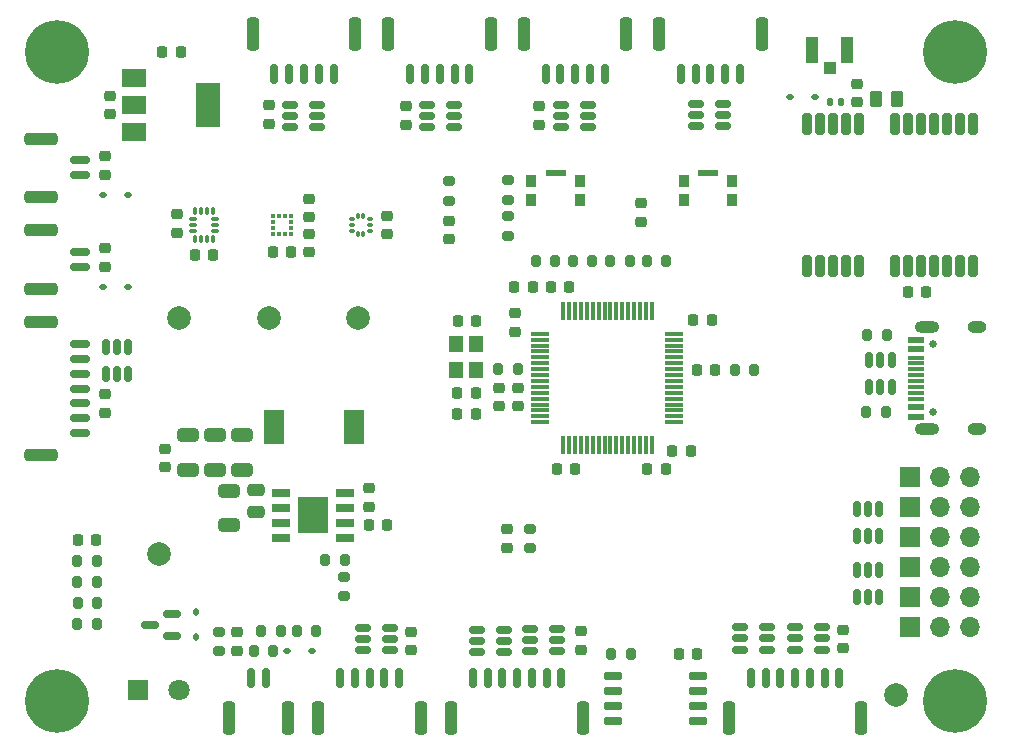
<source format=gbr>
%TF.GenerationSoftware,KiCad,Pcbnew,7.0.1*%
%TF.CreationDate,2023-07-10T14:28:26-04:00*%
%TF.ProjectId,FlightComputer,466c6967-6874-4436-9f6d-70757465722e,rev?*%
%TF.SameCoordinates,Original*%
%TF.FileFunction,Soldermask,Top*%
%TF.FilePolarity,Negative*%
%FSLAX46Y46*%
G04 Gerber Fmt 4.6, Leading zero omitted, Abs format (unit mm)*
G04 Created by KiCad (PCBNEW 7.0.1) date 2023-07-10 14:28:26*
%MOMM*%
%LPD*%
G01*
G04 APERTURE LIST*
G04 Aperture macros list*
%AMRoundRect*
0 Rectangle with rounded corners*
0 $1 Rounding radius*
0 $2 $3 $4 $5 $6 $7 $8 $9 X,Y pos of 4 corners*
0 Add a 4 corners polygon primitive as box body*
4,1,4,$2,$3,$4,$5,$6,$7,$8,$9,$2,$3,0*
0 Add four circle primitives for the rounded corners*
1,1,$1+$1,$2,$3*
1,1,$1+$1,$4,$5*
1,1,$1+$1,$6,$7*
1,1,$1+$1,$8,$9*
0 Add four rect primitives between the rounded corners*
20,1,$1+$1,$2,$3,$4,$5,0*
20,1,$1+$1,$4,$5,$6,$7,0*
20,1,$1+$1,$6,$7,$8,$9,0*
20,1,$1+$1,$8,$9,$2,$3,0*%
G04 Aperture macros list end*
%ADD10RoundRect,0.150000X-0.150000X-0.700000X0.150000X-0.700000X0.150000X0.700000X-0.150000X0.700000X0*%
%ADD11RoundRect,0.250000X-0.250000X-1.150000X0.250000X-1.150000X0.250000X1.150000X-0.250000X1.150000X0*%
%ADD12C,5.400000*%
%ADD13RoundRect,0.218750X-0.256250X0.218750X-0.256250X-0.218750X0.256250X-0.218750X0.256250X0.218750X0*%
%ADD14RoundRect,0.225000X-0.250000X0.225000X-0.250000X-0.225000X0.250000X-0.225000X0.250000X0.225000X0*%
%ADD15RoundRect,0.150000X0.512500X0.150000X-0.512500X0.150000X-0.512500X-0.150000X0.512500X-0.150000X0*%
%ADD16RoundRect,0.200000X-0.200000X-0.275000X0.200000X-0.275000X0.200000X0.275000X-0.200000X0.275000X0*%
%ADD17RoundRect,0.200000X0.200000X0.275000X-0.200000X0.275000X-0.200000X-0.275000X0.200000X-0.275000X0*%
%ADD18RoundRect,0.150000X0.150000X-0.512500X0.150000X0.512500X-0.150000X0.512500X-0.150000X-0.512500X0*%
%ADD19R,1.700000X1.700000*%
%ADD20O,1.700000X1.700000*%
%ADD21RoundRect,0.112500X-0.187500X-0.112500X0.187500X-0.112500X0.187500X0.112500X-0.187500X0.112500X0*%
%ADD22RoundRect,0.150000X-0.512500X-0.150000X0.512500X-0.150000X0.512500X0.150000X-0.512500X0.150000X0*%
%ADD23RoundRect,0.200000X0.275000X-0.200000X0.275000X0.200000X-0.275000X0.200000X-0.275000X-0.200000X0*%
%ADD24RoundRect,0.218750X0.218750X0.256250X-0.218750X0.256250X-0.218750X-0.256250X0.218750X-0.256250X0*%
%ADD25RoundRect,0.150000X0.700000X-0.150000X0.700000X0.150000X-0.700000X0.150000X-0.700000X-0.150000X0*%
%ADD26RoundRect,0.250000X1.150000X-0.250000X1.150000X0.250000X-1.150000X0.250000X-1.150000X-0.250000X0*%
%ADD27R,2.000000X1.500000*%
%ADD28R,2.000000X3.800000*%
%ADD29R,0.900000X1.000000*%
%ADD30R,1.700000X0.550000*%
%ADD31RoundRect,0.225000X-0.225000X-0.250000X0.225000X-0.250000X0.225000X0.250000X-0.225000X0.250000X0*%
%ADD32RoundRect,0.075000X-0.700000X-0.075000X0.700000X-0.075000X0.700000X0.075000X-0.700000X0.075000X0*%
%ADD33RoundRect,0.075000X-0.075000X-0.700000X0.075000X-0.700000X0.075000X0.700000X-0.075000X0.700000X0*%
%ADD34RoundRect,0.250000X-0.650000X0.325000X-0.650000X-0.325000X0.650000X-0.325000X0.650000X0.325000X0*%
%ADD35RoundRect,0.225000X0.250000X-0.225000X0.250000X0.225000X-0.250000X0.225000X-0.250000X-0.225000X0*%
%ADD36RoundRect,0.225000X0.225000X0.250000X-0.225000X0.250000X-0.225000X-0.250000X0.225000X-0.250000X0*%
%ADD37C,0.650000*%
%ADD38R,1.450000X0.600000*%
%ADD39R,1.450000X0.300000*%
%ADD40O,2.100000X1.000000*%
%ADD41O,1.600000X1.000000*%
%ADD42RoundRect,0.150000X0.150000X0.700000X-0.150000X0.700000X-0.150000X-0.700000X0.150000X-0.700000X0*%
%ADD43RoundRect,0.250000X0.250000X1.150000X-0.250000X1.150000X-0.250000X-1.150000X0.250000X-1.150000X0*%
%ADD44RoundRect,0.147500X-0.147500X-0.172500X0.147500X-0.172500X0.147500X0.172500X-0.147500X0.172500X0*%
%ADD45RoundRect,0.218750X-0.218750X-0.256250X0.218750X-0.256250X0.218750X0.256250X-0.218750X0.256250X0*%
%ADD46RoundRect,0.112500X-0.112500X0.187500X-0.112500X-0.187500X0.112500X-0.187500X0.112500X0.187500X0*%
%ADD47RoundRect,0.218750X0.256250X-0.218750X0.256250X0.218750X-0.256250X0.218750X-0.256250X-0.218750X0*%
%ADD48C,2.000000*%
%ADD49RoundRect,0.087500X-0.087500X0.125000X-0.087500X-0.125000X0.087500X-0.125000X0.087500X0.125000X0*%
%ADD50RoundRect,0.087500X-0.125000X0.087500X-0.125000X-0.087500X0.125000X-0.087500X0.125000X0.087500X0*%
%ADD51RoundRect,0.200000X-0.275000X0.200000X-0.275000X-0.200000X0.275000X-0.200000X0.275000X0.200000X0*%
%ADD52RoundRect,0.087500X-0.087500X0.225000X-0.087500X-0.225000X0.087500X-0.225000X0.087500X0.225000X0*%
%ADD53RoundRect,0.087500X-0.225000X0.087500X-0.225000X-0.087500X0.225000X-0.087500X0.225000X0.087500X0*%
%ADD54RoundRect,0.250000X0.475000X-0.250000X0.475000X0.250000X-0.475000X0.250000X-0.475000X-0.250000X0*%
%ADD55R,1.000000X1.050000*%
%ADD56R,1.050000X2.200000*%
%ADD57R,0.350000X0.375000*%
%ADD58R,0.375000X0.350000*%
%ADD59RoundRect,0.150000X-0.650000X-0.150000X0.650000X-0.150000X0.650000X0.150000X-0.650000X0.150000X0*%
%ADD60RoundRect,0.250000X0.650000X-0.325000X0.650000X0.325000X-0.650000X0.325000X-0.650000X-0.325000X0*%
%ADD61R,1.750000X3.000000*%
%ADD62RoundRect,0.250000X-0.262500X-0.450000X0.262500X-0.450000X0.262500X0.450000X-0.262500X0.450000X0*%
%ADD63RoundRect,0.150000X0.587500X0.150000X-0.587500X0.150000X-0.587500X-0.150000X0.587500X-0.150000X0*%
%ADD64R,1.800000X1.800000*%
%ADD65C,1.800000*%
%ADD66R,1.525000X0.650000*%
%ADD67R,2.600000X3.100000*%
%ADD68RoundRect,0.150000X-0.150000X0.512500X-0.150000X-0.512500X0.150000X-0.512500X0.150000X0.512500X0*%
%ADD69R,1.200000X1.400000*%
%ADD70RoundRect,0.200000X-0.200000X0.700000X-0.200000X-0.700000X0.200000X-0.700000X0.200000X0.700000X0*%
%ADD71RoundRect,0.112500X0.187500X0.112500X-0.187500X0.112500X-0.187500X-0.112500X0.187500X-0.112500X0*%
G04 APERTURE END LIST*
D10*
%TO.C,J4*%
X71200000Y-62750000D03*
X72450000Y-62750000D03*
X73700000Y-62750000D03*
X74950000Y-62750000D03*
X76200000Y-62750000D03*
D11*
X69350000Y-59400000D03*
X78050000Y-59400000D03*
%TD*%
D12*
%TO.C,H2*%
X52820000Y-115870000D03*
%TD*%
D13*
%TO.C,F7*%
X56850000Y-89862500D03*
X56850000Y-91437500D03*
%TD*%
D14*
%TO.C,C1*%
X74150000Y-76325000D03*
X74150000Y-77875000D03*
%TD*%
D15*
%TO.C,U11*%
X109194607Y-67200000D03*
X109194607Y-66250000D03*
X109194607Y-65300000D03*
X106919607Y-65300000D03*
X106919607Y-66250000D03*
X106919607Y-67200000D03*
%TD*%
D12*
%TO.C,H4*%
X128820000Y-115870000D03*
%TD*%
D16*
%TO.C,R19*%
X93325000Y-78600000D03*
X94975000Y-78600000D03*
%TD*%
D17*
%TO.C,R16*%
X56175000Y-107550000D03*
X54525000Y-107550000D03*
%TD*%
D18*
%TO.C,U12*%
X120500000Y-101837500D03*
X121450000Y-101837500D03*
X122400000Y-101837500D03*
X122400000Y-99562500D03*
X121450000Y-99562500D03*
X120500000Y-99562500D03*
%TD*%
D19*
%TO.C,J14*%
X125050000Y-104480000D03*
D20*
X127590000Y-104480000D03*
X130130000Y-104480000D03*
%TD*%
D21*
%TO.C,D4*%
X56700000Y-80800000D03*
X58800000Y-80800000D03*
%TD*%
D22*
%TO.C,U17*%
X88325000Y-109800000D03*
X88325000Y-110750000D03*
X88325000Y-111700000D03*
X90600000Y-111700000D03*
X90600000Y-110750000D03*
X90600000Y-109800000D03*
%TD*%
D13*
%TO.C,F2*%
X82350000Y-65500000D03*
X82350000Y-67075000D03*
%TD*%
D23*
%TO.C,R4*%
X77100000Y-106977000D03*
X77100000Y-105327000D03*
%TD*%
D17*
%TO.C,R5*%
X77138000Y-103892000D03*
X75488000Y-103892000D03*
%TD*%
D16*
%TO.C,R24*%
X73100000Y-109900000D03*
X74750000Y-109900000D03*
%TD*%
D22*
%TO.C,U16*%
X92862500Y-109750000D03*
X92862500Y-110700000D03*
X92862500Y-111650000D03*
X95137500Y-111650000D03*
X95137500Y-110700000D03*
X95137500Y-109750000D03*
%TD*%
D24*
%TO.C,D2*%
X108537500Y-87800000D03*
X106962500Y-87800000D03*
%TD*%
D19*
%TO.C,J11*%
X125050000Y-109560000D03*
D20*
X127590000Y-109560000D03*
X130130000Y-109560000D03*
%TD*%
D25*
%TO.C,J13*%
X54750000Y-71325000D03*
X54750000Y-70075000D03*
D26*
X51400000Y-73175000D03*
X51400000Y-68225000D03*
%TD*%
D22*
%TO.C,U15*%
X110612500Y-109600000D03*
X110612500Y-110550000D03*
X110612500Y-111500000D03*
X112887500Y-111500000D03*
X112887500Y-110550000D03*
X112887500Y-109600000D03*
%TD*%
D27*
%TO.C,U3*%
X59271899Y-63100000D03*
X59271899Y-65400000D03*
D28*
X65571899Y-65400000D03*
D27*
X59271899Y-67700000D03*
%TD*%
D17*
%TO.C,R8*%
X101275000Y-78600000D03*
X99625000Y-78600000D03*
%TD*%
D29*
%TO.C,SW1*%
X105850000Y-71800000D03*
X109950000Y-71800000D03*
X105850000Y-73400000D03*
X109950000Y-73400000D03*
D30*
X107900000Y-71175000D03*
%TD*%
D19*
%TO.C,J15*%
X125050000Y-101940000D03*
D20*
X127590000Y-101940000D03*
X130130000Y-101940000D03*
%TD*%
D12*
%TO.C,H1*%
X128820000Y-60870000D03*
%TD*%
D31*
%TO.C,C7*%
X94597489Y-80800000D03*
X96147489Y-80800000D03*
%TD*%
D32*
%TO.C,U4*%
X93717489Y-84750000D03*
X93717489Y-85250000D03*
X93717489Y-85750000D03*
X93717489Y-86250000D03*
X93717489Y-86750000D03*
X93717489Y-87250000D03*
X93717489Y-87750000D03*
X93717489Y-88250000D03*
X93717489Y-88750000D03*
X93717489Y-89250000D03*
X93717489Y-89750000D03*
X93717489Y-90250000D03*
X93717489Y-90750000D03*
X93717489Y-91250000D03*
X93717489Y-91750000D03*
X93717489Y-92250000D03*
D33*
X95642489Y-94175000D03*
X96142489Y-94175000D03*
X96642489Y-94175000D03*
X97142489Y-94175000D03*
X97642489Y-94175000D03*
X98142489Y-94175000D03*
X98642489Y-94175000D03*
X99142489Y-94175000D03*
X99642489Y-94175000D03*
X100142489Y-94175000D03*
X100642489Y-94175000D03*
X101142489Y-94175000D03*
X101642489Y-94175000D03*
X102142489Y-94175000D03*
X102642489Y-94175000D03*
X103142489Y-94175000D03*
D32*
X105067489Y-92250000D03*
X105067489Y-91750000D03*
X105067489Y-91250000D03*
X105067489Y-90750000D03*
X105067489Y-90250000D03*
X105067489Y-89750000D03*
X105067489Y-89250000D03*
X105067489Y-88750000D03*
X105067489Y-88250000D03*
X105067489Y-87750000D03*
X105067489Y-87250000D03*
X105067489Y-86750000D03*
X105067489Y-86250000D03*
X105067489Y-85750000D03*
X105067489Y-85250000D03*
X105067489Y-84750000D03*
D33*
X103142489Y-82825000D03*
X102642489Y-82825000D03*
X102142489Y-82825000D03*
X101642489Y-82825000D03*
X101142489Y-82825000D03*
X100642489Y-82825000D03*
X100142489Y-82825000D03*
X99642489Y-82825000D03*
X99142489Y-82825000D03*
X98642489Y-82825000D03*
X98142489Y-82825000D03*
X97642489Y-82825000D03*
X97142489Y-82825000D03*
X96642489Y-82825000D03*
X96142489Y-82825000D03*
X95642489Y-82825000D03*
%TD*%
D34*
%TO.C,C15*%
X66144879Y-93360000D03*
X66144879Y-96310000D03*
%TD*%
D31*
%TO.C,C21*%
X102775000Y-96200000D03*
X104325000Y-96200000D03*
%TD*%
D35*
%TO.C,C3*%
X74150000Y-74877500D03*
X74150000Y-73327500D03*
%TD*%
D36*
%TO.C,C20*%
X88225000Y-89730000D03*
X86675000Y-89730000D03*
%TD*%
D37*
%TO.C,J18*%
X126988949Y-91410000D03*
X126988949Y-85630000D03*
D38*
X125543949Y-91770000D03*
X125543949Y-90970000D03*
D39*
X125543949Y-89770000D03*
X125543949Y-88770000D03*
X125543949Y-88270000D03*
X125543949Y-87270000D03*
D38*
X125543949Y-86070000D03*
X125543949Y-85270000D03*
X125543949Y-85270000D03*
X125543949Y-86070000D03*
D39*
X125543949Y-86770000D03*
X125543949Y-87770000D03*
X125543949Y-89270000D03*
X125543949Y-90270000D03*
D38*
X125543949Y-90970000D03*
X125543949Y-91770000D03*
D40*
X126458949Y-92840000D03*
D41*
X130638949Y-92840000D03*
D40*
X126458949Y-84200000D03*
D41*
X130638949Y-84200000D03*
%TD*%
D35*
%TO.C,C18*%
X120500000Y-65150000D03*
X120500000Y-63600000D03*
%TD*%
D42*
%TO.C,J7*%
X95500000Y-113900000D03*
X94250000Y-113900000D03*
X93000000Y-113900000D03*
X91750000Y-113900000D03*
X90500000Y-113900000D03*
X89250000Y-113900000D03*
X88000000Y-113900000D03*
D43*
X97350000Y-117250000D03*
X86150000Y-117250000D03*
%TD*%
D13*
%TO.C,F9*%
X56862500Y-69712500D03*
X56862500Y-71287500D03*
%TD*%
D36*
%TO.C,C33*%
X107015000Y-111900000D03*
X105465000Y-111900000D03*
%TD*%
D16*
%TO.C,R17*%
X54500000Y-105800000D03*
X56150000Y-105800000D03*
%TD*%
D18*
%TO.C,U20*%
X121550000Y-89237500D03*
X122500000Y-89237500D03*
X123450000Y-89237500D03*
X123450000Y-86962500D03*
X122500000Y-86962500D03*
X121550000Y-86962500D03*
%TD*%
D44*
%TO.C,L3*%
X118215000Y-65175000D03*
X119185000Y-65175000D03*
%TD*%
D13*
%TO.C,F8*%
X56875000Y-77512500D03*
X56875000Y-79087500D03*
%TD*%
D15*
%TO.C,U9*%
X86387500Y-67250000D03*
X86387500Y-66300000D03*
X86387500Y-65350000D03*
X84112500Y-65350000D03*
X84112500Y-66300000D03*
X84112500Y-67250000D03*
%TD*%
D16*
%TO.C,R12*%
X110175000Y-87800000D03*
X111825000Y-87800000D03*
%TD*%
D31*
%TO.C,C6*%
X64482500Y-78125000D03*
X66032500Y-78125000D03*
%TD*%
D35*
%TO.C,C29*%
X90192489Y-90875000D03*
X90192489Y-89325000D03*
%TD*%
D25*
%TO.C,J5*%
X54750000Y-93150000D03*
X54750000Y-91900000D03*
X54750000Y-90650000D03*
X54750000Y-89400000D03*
X54750000Y-88150000D03*
X54750000Y-86900000D03*
X54750000Y-85650000D03*
D26*
X51400000Y-95000000D03*
X51400000Y-83800000D03*
%TD*%
D45*
%TO.C,L2*%
X86675000Y-91530000D03*
X88250000Y-91530000D03*
%TD*%
D36*
%TO.C,C24*%
X96667489Y-96200000D03*
X95117489Y-96200000D03*
%TD*%
D46*
%TO.C,D35*%
X64550000Y-108350000D03*
X64550000Y-110450000D03*
%TD*%
D31*
%TO.C,C11*%
X79194879Y-100910000D03*
X80744879Y-100910000D03*
%TD*%
D22*
%TO.C,U14*%
X115312500Y-109600000D03*
X115312500Y-110550000D03*
X115312500Y-111500000D03*
X117587500Y-111500000D03*
X117587500Y-110550000D03*
X117587500Y-109600000D03*
%TD*%
D47*
%TO.C,F4*%
X82718750Y-111568750D03*
X82718750Y-109993750D03*
%TD*%
D18*
%TO.C,U13*%
X120500000Y-107037500D03*
X121450000Y-107037500D03*
X122400000Y-107037500D03*
X122400000Y-104762500D03*
X121450000Y-104762500D03*
X120500000Y-104762500D03*
%TD*%
D48*
%TO.C,TP5*%
X61400000Y-103400000D03*
%TD*%
D31*
%TO.C,C31*%
X54550000Y-102225000D03*
X56100000Y-102225000D03*
%TD*%
D12*
%TO.C,H3*%
X52820000Y-60870000D03*
%TD*%
D49*
%TO.C,U5*%
X78735000Y-74787500D03*
X78235000Y-74787500D03*
D50*
X77722500Y-75050000D03*
X77722500Y-75550000D03*
X77722500Y-76050000D03*
D49*
X78235000Y-76312500D03*
X78735000Y-76312500D03*
D50*
X79247500Y-76050000D03*
X79247500Y-75550000D03*
X79247500Y-75050000D03*
%TD*%
D51*
%TO.C,R11*%
X91000000Y-74800000D03*
X91000000Y-76450000D03*
%TD*%
%TO.C,R9*%
X92850000Y-101275000D03*
X92850000Y-102925000D03*
%TD*%
D19*
%TO.C,J10*%
X125045000Y-96860000D03*
D20*
X127585000Y-96860000D03*
X130125000Y-96860000D03*
%TD*%
D42*
%TO.C,J19*%
X70475000Y-113900000D03*
X69225000Y-113900000D03*
D43*
X72325000Y-117250000D03*
X67375000Y-117250000D03*
%TD*%
D51*
%TO.C,R18*%
X66500000Y-109975000D03*
X66500000Y-111625000D03*
%TD*%
D52*
%TO.C,U2*%
X65997500Y-74387500D03*
X65497500Y-74387500D03*
X64997500Y-74387500D03*
X64497500Y-74387500D03*
D53*
X64335000Y-75050000D03*
X64335000Y-75550000D03*
X64335000Y-76050000D03*
D52*
X64497500Y-76712500D03*
X64997500Y-76712500D03*
X65497500Y-76712500D03*
X65997500Y-76712500D03*
D53*
X66160000Y-76050000D03*
X66160000Y-75550000D03*
X66160000Y-75050000D03*
%TD*%
D23*
%TO.C,R23*%
X86000000Y-73510000D03*
X86000000Y-71860000D03*
%TD*%
D31*
%TO.C,C9*%
X86700000Y-83700000D03*
X88250000Y-83700000D03*
%TD*%
D16*
%TO.C,R21*%
X70100000Y-109900000D03*
X71750000Y-109900000D03*
%TD*%
D13*
%TO.C,D37*%
X86000000Y-75197500D03*
X86000000Y-76772500D03*
%TD*%
%TO.C,F3*%
X93600000Y-65512500D03*
X93600000Y-67087500D03*
%TD*%
D35*
%TO.C,C30*%
X91817489Y-90875000D03*
X91817489Y-89325000D03*
%TD*%
%TO.C,C19*%
X91592489Y-84575000D03*
X91592489Y-83025000D03*
%TD*%
D48*
%TO.C,TP4*%
X78250000Y-83400000D03*
%TD*%
D14*
%TO.C,C32*%
X102250000Y-73725000D03*
X102250000Y-75275000D03*
%TD*%
D10*
%TO.C,J6*%
X82700000Y-62750000D03*
X83950000Y-62750000D03*
X85200000Y-62750000D03*
X86450000Y-62750000D03*
X87700000Y-62750000D03*
D11*
X80850000Y-59400000D03*
X89550000Y-59400000D03*
%TD*%
D19*
%TO.C,J16*%
X125050000Y-99400000D03*
D20*
X127590000Y-99400000D03*
X130130000Y-99400000D03*
%TD*%
D13*
%TO.C,D1*%
X90850000Y-101312500D03*
X90850000Y-102887500D03*
%TD*%
D14*
%TO.C,C13*%
X68000000Y-110025000D03*
X68000000Y-111575000D03*
%TD*%
D36*
%TO.C,C27*%
X63246899Y-60900000D03*
X61696899Y-60900000D03*
%TD*%
D54*
%TO.C,C10*%
X69613000Y-99860000D03*
X69613000Y-97960000D03*
%TD*%
D55*
%TO.C,AE1*%
X118200000Y-62275000D03*
D56*
X116725000Y-60750000D03*
X119675000Y-60750000D03*
%TD*%
D34*
%TO.C,C16*%
X63844879Y-93360000D03*
X63844879Y-96310000D03*
%TD*%
D57*
%TO.C,U1*%
X71100000Y-76317500D03*
X71600000Y-76317500D03*
X72100000Y-76317500D03*
X72600000Y-76317500D03*
D58*
X72612500Y-75805000D03*
X72612500Y-75305000D03*
D57*
X72600000Y-74792500D03*
X72100000Y-74792500D03*
X71600000Y-74792500D03*
X71100000Y-74792500D03*
D58*
X71087500Y-75305000D03*
X71087500Y-75805000D03*
%TD*%
D17*
%TO.C,R2*%
X56150000Y-104000000D03*
X54500000Y-104000000D03*
%TD*%
D48*
%TO.C,TP2*%
X123850000Y-115300000D03*
%TD*%
D31*
%TO.C,C22*%
X104875000Y-94642500D03*
X106425000Y-94642500D03*
%TD*%
D13*
%TO.C,F1*%
X70750000Y-65412500D03*
X70750000Y-66987500D03*
%TD*%
D59*
%TO.C,U7*%
X99840000Y-113695000D03*
X99840000Y-114965000D03*
X99840000Y-116235000D03*
X99840000Y-117505000D03*
X107040000Y-117505000D03*
X107040000Y-116235000D03*
X107040000Y-114965000D03*
X107040000Y-113695000D03*
%TD*%
D17*
%TO.C,R22*%
X71075000Y-111600000D03*
X69425000Y-111600000D03*
%TD*%
D35*
%TO.C,C12*%
X79194879Y-99385000D03*
X79194879Y-97835000D03*
%TD*%
D14*
%TO.C,C5*%
X62910000Y-74650000D03*
X62910000Y-76200000D03*
%TD*%
D16*
%TO.C,R6*%
X96467489Y-78600000D03*
X98117489Y-78600000D03*
%TD*%
D36*
%TO.C,C28*%
X126347502Y-81246581D03*
X124797502Y-81246581D03*
%TD*%
%TO.C,C4*%
X72620000Y-77870000D03*
X71070000Y-77870000D03*
%TD*%
D19*
%TO.C,J12*%
X125050000Y-107020000D03*
D20*
X127590000Y-107020000D03*
X130130000Y-107020000D03*
%TD*%
D21*
%TO.C,D36*%
X72300000Y-111600000D03*
X74400000Y-111600000D03*
%TD*%
%TO.C,D3*%
X56700000Y-73000000D03*
X58800000Y-73000000D03*
%TD*%
D35*
%TO.C,C26*%
X57250000Y-66175000D03*
X57250000Y-64625000D03*
%TD*%
D31*
%TO.C,C25*%
X106675000Y-83600000D03*
X108225000Y-83600000D03*
%TD*%
D34*
%TO.C,C14*%
X68453000Y-93360014D03*
X68453000Y-96310014D03*
%TD*%
D47*
%TO.C,F5*%
X97150000Y-111500000D03*
X97150000Y-109925000D03*
%TD*%
D48*
%TO.C,TP1*%
X70700000Y-83400000D03*
%TD*%
D17*
%TO.C,R14*%
X122975000Y-91400000D03*
X121325000Y-91400000D03*
%TD*%
D14*
%TO.C,C34*%
X61926758Y-94525000D03*
X61926758Y-96075000D03*
%TD*%
D60*
%TO.C,C8*%
X67313000Y-100984972D03*
X67313000Y-98034972D03*
%TD*%
D17*
%TO.C,R20*%
X104357511Y-78600000D03*
X102707511Y-78600000D03*
%TD*%
D61*
%TO.C,L1*%
X77919879Y-92610000D03*
X71169879Y-92610000D03*
%TD*%
D17*
%TO.C,R3*%
X56150000Y-109300000D03*
X54500000Y-109300000D03*
%TD*%
D62*
%TO.C,R10*%
X122087500Y-64875000D03*
X123912500Y-64875000D03*
%TD*%
D10*
%TO.C,J1*%
X105607107Y-62750000D03*
X106857107Y-62750000D03*
X108107107Y-62750000D03*
X109357107Y-62750000D03*
X110607107Y-62750000D03*
D11*
X103757107Y-59400000D03*
X112457107Y-59400000D03*
%TD*%
D42*
%TO.C,J3*%
X119035000Y-113900000D03*
X117785000Y-113900000D03*
X116535000Y-113900000D03*
X115285000Y-113900000D03*
X114035000Y-113900000D03*
X112785000Y-113900000D03*
X111535000Y-113900000D03*
D43*
X120885000Y-117250000D03*
X109685000Y-117250000D03*
%TD*%
D63*
%TO.C,Q1*%
X62550000Y-110350000D03*
X62550000Y-108450000D03*
X60675000Y-109400000D03*
%TD*%
D17*
%TO.C,R1*%
X91817489Y-87730000D03*
X90167489Y-87730000D03*
%TD*%
%TO.C,R13*%
X123050000Y-84825000D03*
X121400000Y-84825000D03*
%TD*%
D48*
%TO.C,TP3*%
X63150000Y-83400000D03*
%TD*%
D29*
%TO.C,SW2*%
X92950000Y-71800000D03*
X97050000Y-71800000D03*
X92950000Y-73400000D03*
X97050000Y-73400000D03*
D30*
X95000000Y-71175000D03*
%TD*%
D15*
%TO.C,U10*%
X97737500Y-67250000D03*
X97737500Y-66300000D03*
X97737500Y-65350000D03*
X95462500Y-65350000D03*
X95462500Y-66300000D03*
X95462500Y-67250000D03*
%TD*%
D36*
%TO.C,C2*%
X93050000Y-80800000D03*
X91500000Y-80800000D03*
%TD*%
D22*
%TO.C,U18*%
X78675000Y-109650000D03*
X78675000Y-110600000D03*
X78675000Y-111550000D03*
X80950000Y-111550000D03*
X80950000Y-110600000D03*
X80950000Y-109650000D03*
%TD*%
D15*
%TO.C,U8*%
X74787500Y-67250000D03*
X74787500Y-66300000D03*
X74787500Y-65350000D03*
X72512500Y-65350000D03*
X72512500Y-66300000D03*
X72512500Y-67250000D03*
%TD*%
D64*
%TO.C,J2*%
X59650000Y-114900000D03*
D65*
X63150000Y-114900000D03*
%TD*%
D66*
%TO.C,IC1*%
X71789000Y-98200000D03*
X71789000Y-99470000D03*
X71789000Y-100740000D03*
X71789000Y-102010000D03*
X77213000Y-102010000D03*
X77213000Y-100740000D03*
X77213000Y-99470000D03*
X77213000Y-98200000D03*
D67*
X74501000Y-100105000D03*
%TD*%
D51*
%TO.C,R7*%
X91000000Y-71750000D03*
X91000000Y-73400000D03*
%TD*%
D68*
%TO.C,U19*%
X58800000Y-85875000D03*
X57850000Y-85875000D03*
X56900000Y-85875000D03*
X56900000Y-88150000D03*
X57850000Y-88150000D03*
X58800000Y-88150000D03*
%TD*%
D69*
%TO.C,Y1*%
X86550000Y-85650000D03*
X86550000Y-87850000D03*
X88250000Y-87850000D03*
X88250000Y-85650000D03*
%TD*%
D70*
%TO.C,U6*%
X130300000Y-67035000D03*
X129200000Y-67035000D03*
X128100000Y-67035000D03*
X127000000Y-67035000D03*
X125900000Y-67035000D03*
X124800000Y-67035000D03*
X123700000Y-67035000D03*
X120700000Y-67035000D03*
X119600000Y-67035000D03*
X118500000Y-67035000D03*
X117400000Y-67035000D03*
X116300000Y-67035000D03*
X116300000Y-79035000D03*
X117400000Y-79035000D03*
X118500000Y-79035000D03*
X119600000Y-79035000D03*
X120700000Y-79035000D03*
X123700000Y-79035000D03*
X124800000Y-79035000D03*
X125900000Y-79035000D03*
X127000000Y-79035000D03*
X128100000Y-79035000D03*
X129200000Y-79035000D03*
X130300000Y-79035000D03*
%TD*%
D47*
%TO.C,F6*%
X119350000Y-111387500D03*
X119350000Y-109812500D03*
%TD*%
D14*
%TO.C,C17*%
X80715000Y-74775000D03*
X80715000Y-76325000D03*
%TD*%
D17*
%TO.C,R15*%
X101365000Y-111900000D03*
X99715000Y-111900000D03*
%TD*%
D42*
%TO.C,J9*%
X81750000Y-113900000D03*
X80500000Y-113900000D03*
X79250000Y-113900000D03*
X78000000Y-113900000D03*
X76750000Y-113900000D03*
D43*
X83600000Y-117250000D03*
X74900000Y-117250000D03*
%TD*%
D25*
%TO.C,J17*%
X54750000Y-79100000D03*
X54750000Y-77850000D03*
D26*
X51400000Y-80950000D03*
X51400000Y-76000000D03*
%TD*%
D10*
%TO.C,J8*%
X94150000Y-62750000D03*
X95400000Y-62750000D03*
X96650000Y-62750000D03*
X97900000Y-62750000D03*
X99150000Y-62750000D03*
D11*
X92300000Y-59400000D03*
X101000000Y-59400000D03*
%TD*%
D71*
%TO.C,D5*%
X116950000Y-64700000D03*
X114850000Y-64700000D03*
%TD*%
M02*

</source>
